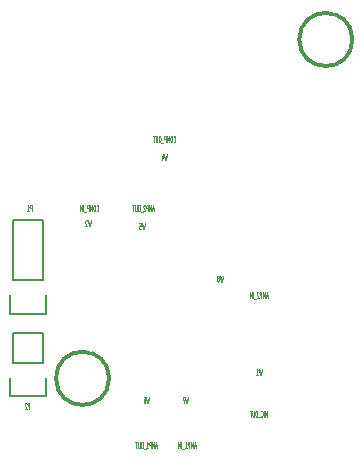
<source format=gbr>
G04 #@! TF.FileFunction,Legend,Bot*
%FSLAX46Y46*%
G04 Gerber Fmt 4.6, Leading zero omitted, Abs format (unit mm)*
G04 Created by KiCad (PCBNEW 0.201601221447+6507~42~ubuntu15.10.1-product) date Fri 22 Jan 2016 05:48:07 PM EST*
%MOMM*%
G01*
G04 APERTURE LIST*
%ADD10C,0.100000*%
%ADD11C,0.063500*%
%ADD12C,0.307000*%
%ADD13C,0.150000*%
%ADD14C,0.025400*%
G04 APERTURE END LIST*
D10*
D11*
X137438190Y-122639667D02*
X137317238Y-122639667D01*
X137462381Y-122784810D02*
X137377714Y-122276810D01*
X137293047Y-122784810D01*
X137208381Y-122784810D02*
X137208381Y-122276810D01*
X137123714Y-122639667D01*
X137039047Y-122276810D01*
X137039047Y-122784810D01*
X136918095Y-122784810D02*
X136918095Y-122276810D01*
X136821333Y-122276810D01*
X136797142Y-122301000D01*
X136785047Y-122325190D01*
X136772952Y-122373571D01*
X136772952Y-122446143D01*
X136785047Y-122494524D01*
X136797142Y-122518714D01*
X136821333Y-122542905D01*
X136918095Y-122542905D01*
X136676190Y-122325190D02*
X136664095Y-122301000D01*
X136639904Y-122276810D01*
X136579428Y-122276810D01*
X136555238Y-122301000D01*
X136543142Y-122325190D01*
X136531047Y-122373571D01*
X136531047Y-122421952D01*
X136543142Y-122494524D01*
X136688285Y-122784810D01*
X136531047Y-122784810D01*
X136482666Y-122833190D02*
X136289142Y-122833190D01*
X136180285Y-122276810D02*
X136131904Y-122276810D01*
X136107713Y-122301000D01*
X136083523Y-122349381D01*
X136071428Y-122446143D01*
X136071428Y-122615476D01*
X136083523Y-122712238D01*
X136107713Y-122760619D01*
X136131904Y-122784810D01*
X136180285Y-122784810D01*
X136204475Y-122760619D01*
X136228666Y-122712238D01*
X136240761Y-122615476D01*
X136240761Y-122446143D01*
X136228666Y-122349381D01*
X136204475Y-122301000D01*
X136180285Y-122276810D01*
X135962571Y-122276810D02*
X135962571Y-122688048D01*
X135950476Y-122736429D01*
X135938380Y-122760619D01*
X135914190Y-122784810D01*
X135865809Y-122784810D01*
X135841618Y-122760619D01*
X135829523Y-122736429D01*
X135817428Y-122688048D01*
X135817428Y-122276810D01*
X135732762Y-122276810D02*
X135587619Y-122276810D01*
X135660190Y-122784810D02*
X135660190Y-122276810D01*
X139089190Y-116894429D02*
X139101285Y-116918619D01*
X139137571Y-116942810D01*
X139161761Y-116942810D01*
X139198047Y-116918619D01*
X139222238Y-116870238D01*
X139234333Y-116821857D01*
X139246428Y-116725095D01*
X139246428Y-116652524D01*
X139234333Y-116555762D01*
X139222238Y-116507381D01*
X139198047Y-116459000D01*
X139161761Y-116434810D01*
X139137571Y-116434810D01*
X139101285Y-116459000D01*
X139089190Y-116483190D01*
X138931952Y-116434810D02*
X138883571Y-116434810D01*
X138859380Y-116459000D01*
X138835190Y-116507381D01*
X138823095Y-116604143D01*
X138823095Y-116773476D01*
X138835190Y-116870238D01*
X138859380Y-116918619D01*
X138883571Y-116942810D01*
X138931952Y-116942810D01*
X138956142Y-116918619D01*
X138980333Y-116870238D01*
X138992428Y-116773476D01*
X138992428Y-116604143D01*
X138980333Y-116507381D01*
X138956142Y-116459000D01*
X138931952Y-116434810D01*
X138714238Y-116942810D02*
X138714238Y-116434810D01*
X138629571Y-116797667D01*
X138544904Y-116434810D01*
X138544904Y-116942810D01*
X138423952Y-116942810D02*
X138423952Y-116434810D01*
X138327190Y-116434810D01*
X138302999Y-116459000D01*
X138290904Y-116483190D01*
X138278809Y-116531571D01*
X138278809Y-116604143D01*
X138290904Y-116652524D01*
X138302999Y-116676714D01*
X138327190Y-116700905D01*
X138423952Y-116700905D01*
X138230428Y-116991190D02*
X138036904Y-116991190D01*
X137928047Y-116434810D02*
X137879666Y-116434810D01*
X137855475Y-116459000D01*
X137831285Y-116507381D01*
X137819190Y-116604143D01*
X137819190Y-116773476D01*
X137831285Y-116870238D01*
X137855475Y-116918619D01*
X137879666Y-116942810D01*
X137928047Y-116942810D01*
X137952237Y-116918619D01*
X137976428Y-116870238D01*
X137988523Y-116773476D01*
X137988523Y-116604143D01*
X137976428Y-116507381D01*
X137952237Y-116459000D01*
X137928047Y-116434810D01*
X137710333Y-116434810D02*
X137710333Y-116846048D01*
X137698238Y-116894429D01*
X137686142Y-116918619D01*
X137661952Y-116942810D01*
X137613571Y-116942810D01*
X137589380Y-116918619D01*
X137577285Y-116894429D01*
X137565190Y-116846048D01*
X137565190Y-116434810D01*
X137480524Y-116434810D02*
X137335381Y-116434810D01*
X137407952Y-116942810D02*
X137407952Y-116434810D01*
X132569857Y-122736429D02*
X132581952Y-122760619D01*
X132618238Y-122784810D01*
X132642428Y-122784810D01*
X132678714Y-122760619D01*
X132702905Y-122712238D01*
X132715000Y-122663857D01*
X132727095Y-122567095D01*
X132727095Y-122494524D01*
X132715000Y-122397762D01*
X132702905Y-122349381D01*
X132678714Y-122301000D01*
X132642428Y-122276810D01*
X132618238Y-122276810D01*
X132581952Y-122301000D01*
X132569857Y-122325190D01*
X132412619Y-122276810D02*
X132364238Y-122276810D01*
X132340047Y-122301000D01*
X132315857Y-122349381D01*
X132303762Y-122446143D01*
X132303762Y-122615476D01*
X132315857Y-122712238D01*
X132340047Y-122760619D01*
X132364238Y-122784810D01*
X132412619Y-122784810D01*
X132436809Y-122760619D01*
X132461000Y-122712238D01*
X132473095Y-122615476D01*
X132473095Y-122446143D01*
X132461000Y-122349381D01*
X132436809Y-122301000D01*
X132412619Y-122276810D01*
X132194905Y-122784810D02*
X132194905Y-122276810D01*
X132110238Y-122639667D01*
X132025571Y-122276810D01*
X132025571Y-122784810D01*
X131904619Y-122784810D02*
X131904619Y-122276810D01*
X131807857Y-122276810D01*
X131783666Y-122301000D01*
X131771571Y-122325190D01*
X131759476Y-122373571D01*
X131759476Y-122446143D01*
X131771571Y-122494524D01*
X131783666Y-122518714D01*
X131807857Y-122542905D01*
X131904619Y-122542905D01*
X131711095Y-122833190D02*
X131517571Y-122833190D01*
X131457095Y-122784810D02*
X131457095Y-122276810D01*
X131336143Y-122784810D02*
X131336143Y-122276810D01*
X131191000Y-122784810D01*
X131191000Y-122276810D01*
X147047857Y-130005667D02*
X146926905Y-130005667D01*
X147072048Y-130150810D02*
X146987381Y-129642810D01*
X146902714Y-130150810D01*
X146818048Y-130150810D02*
X146818048Y-129642810D01*
X146733381Y-130005667D01*
X146648714Y-129642810D01*
X146648714Y-130150810D01*
X146527762Y-130150810D02*
X146527762Y-129642810D01*
X146431000Y-129642810D01*
X146406809Y-129667000D01*
X146394714Y-129691190D01*
X146382619Y-129739571D01*
X146382619Y-129812143D01*
X146394714Y-129860524D01*
X146406809Y-129884714D01*
X146431000Y-129908905D01*
X146527762Y-129908905D01*
X146285857Y-129691190D02*
X146273762Y-129667000D01*
X146249571Y-129642810D01*
X146189095Y-129642810D01*
X146164905Y-129667000D01*
X146152809Y-129691190D01*
X146140714Y-129739571D01*
X146140714Y-129787952D01*
X146152809Y-129860524D01*
X146297952Y-130150810D01*
X146140714Y-130150810D01*
X146092333Y-130199190D02*
X145898809Y-130199190D01*
X145838333Y-130150810D02*
X145838333Y-129642810D01*
X145717381Y-130150810D02*
X145717381Y-129642810D01*
X145572238Y-130150810D01*
X145572238Y-129642810D01*
X137692190Y-142705667D02*
X137571238Y-142705667D01*
X137716381Y-142850810D02*
X137631714Y-142342810D01*
X137547047Y-142850810D01*
X137462381Y-142850810D02*
X137462381Y-142342810D01*
X137377714Y-142705667D01*
X137293047Y-142342810D01*
X137293047Y-142850810D01*
X137172095Y-142850810D02*
X137172095Y-142342810D01*
X137075333Y-142342810D01*
X137051142Y-142367000D01*
X137039047Y-142391190D01*
X137026952Y-142439571D01*
X137026952Y-142512143D01*
X137039047Y-142560524D01*
X137051142Y-142584714D01*
X137075333Y-142608905D01*
X137172095Y-142608905D01*
X136785047Y-142850810D02*
X136930190Y-142850810D01*
X136857619Y-142850810D02*
X136857619Y-142342810D01*
X136881809Y-142415381D01*
X136906000Y-142463762D01*
X136930190Y-142487952D01*
X136736666Y-142899190D02*
X136543142Y-142899190D01*
X136434285Y-142342810D02*
X136385904Y-142342810D01*
X136361713Y-142367000D01*
X136337523Y-142415381D01*
X136325428Y-142512143D01*
X136325428Y-142681476D01*
X136337523Y-142778238D01*
X136361713Y-142826619D01*
X136385904Y-142850810D01*
X136434285Y-142850810D01*
X136458475Y-142826619D01*
X136482666Y-142778238D01*
X136494761Y-142681476D01*
X136494761Y-142512143D01*
X136482666Y-142415381D01*
X136458475Y-142367000D01*
X136434285Y-142342810D01*
X136216571Y-142342810D02*
X136216571Y-142754048D01*
X136204476Y-142802429D01*
X136192380Y-142826619D01*
X136168190Y-142850810D01*
X136119809Y-142850810D01*
X136095618Y-142826619D01*
X136083523Y-142802429D01*
X136071428Y-142754048D01*
X136071428Y-142342810D01*
X135986762Y-142342810D02*
X135841619Y-142342810D01*
X135914190Y-142850810D02*
X135914190Y-142342810D01*
X140951857Y-142705667D02*
X140830905Y-142705667D01*
X140976048Y-142850810D02*
X140891381Y-142342810D01*
X140806714Y-142850810D01*
X140722048Y-142850810D02*
X140722048Y-142342810D01*
X140637381Y-142705667D01*
X140552714Y-142342810D01*
X140552714Y-142850810D01*
X140431762Y-142850810D02*
X140431762Y-142342810D01*
X140335000Y-142342810D01*
X140310809Y-142367000D01*
X140298714Y-142391190D01*
X140286619Y-142439571D01*
X140286619Y-142512143D01*
X140298714Y-142560524D01*
X140310809Y-142584714D01*
X140335000Y-142608905D01*
X140431762Y-142608905D01*
X140044714Y-142850810D02*
X140189857Y-142850810D01*
X140117286Y-142850810D02*
X140117286Y-142342810D01*
X140141476Y-142415381D01*
X140165667Y-142463762D01*
X140189857Y-142487952D01*
X139996333Y-142899190D02*
X139802809Y-142899190D01*
X139742333Y-142850810D02*
X139742333Y-142342810D01*
X139621381Y-142850810D02*
X139621381Y-142342810D01*
X139476238Y-142850810D01*
X139476238Y-142342810D01*
X147035762Y-140183810D02*
X147035762Y-139675810D01*
X146951095Y-140038667D01*
X146866428Y-139675810D01*
X146866428Y-140183810D01*
X146745476Y-140183810D02*
X146745476Y-139675810D01*
X146479381Y-140135429D02*
X146491476Y-140159619D01*
X146527762Y-140183810D01*
X146551952Y-140183810D01*
X146588238Y-140159619D01*
X146612429Y-140111238D01*
X146624524Y-140062857D01*
X146636619Y-139966095D01*
X146636619Y-139893524D01*
X146624524Y-139796762D01*
X146612429Y-139748381D01*
X146588238Y-139700000D01*
X146551952Y-139675810D01*
X146527762Y-139675810D01*
X146491476Y-139700000D01*
X146479381Y-139724190D01*
X146431000Y-140232190D02*
X146237476Y-140232190D01*
X146128619Y-139675810D02*
X146080238Y-139675810D01*
X146056047Y-139700000D01*
X146031857Y-139748381D01*
X146019762Y-139845143D01*
X146019762Y-140014476D01*
X146031857Y-140111238D01*
X146056047Y-140159619D01*
X146080238Y-140183810D01*
X146128619Y-140183810D01*
X146152809Y-140159619D01*
X146177000Y-140111238D01*
X146189095Y-140014476D01*
X146189095Y-139845143D01*
X146177000Y-139748381D01*
X146152809Y-139700000D01*
X146128619Y-139675810D01*
X145910905Y-139675810D02*
X145910905Y-140087048D01*
X145898810Y-140135429D01*
X145886714Y-140159619D01*
X145862524Y-140183810D01*
X145814143Y-140183810D01*
X145789952Y-140159619D01*
X145777857Y-140135429D01*
X145765762Y-140087048D01*
X145765762Y-139675810D01*
X145681096Y-139675810D02*
X145535953Y-139675810D01*
X145608524Y-140183810D02*
X145608524Y-139675810D01*
D12*
X154226000Y-108253000D02*
G75*
G03X154226000Y-108253000I-2250000J0D01*
G01*
X133626000Y-136943000D02*
G75*
G03X133626000Y-136943000I-2250000J0D01*
G01*
D13*
X125476000Y-128651000D02*
X125476000Y-123571000D01*
X125476000Y-123571000D02*
X128016000Y-123571000D01*
X128016000Y-123571000D02*
X128016000Y-128651000D01*
X128296000Y-131471000D02*
X128296000Y-129921000D01*
X128016000Y-128651000D02*
X125476000Y-128651000D01*
X125196000Y-129921000D02*
X125196000Y-131471000D01*
X125196000Y-131471000D02*
X128296000Y-131471000D01*
X128016000Y-135636000D02*
X128016000Y-133096000D01*
X128296000Y-138456000D02*
X128296000Y-136906000D01*
X128016000Y-135636000D02*
X125476000Y-135636000D01*
X125196000Y-136906000D02*
X125196000Y-138456000D01*
X125196000Y-138456000D02*
X128296000Y-138456000D01*
X125476000Y-135636000D02*
X125476000Y-133096000D01*
X125476000Y-133096000D02*
X128016000Y-133096000D01*
D14*
X127060476Y-122784810D02*
X127060476Y-122276810D01*
X126963714Y-122276810D01*
X126939523Y-122301000D01*
X126927428Y-122325190D01*
X126915333Y-122373571D01*
X126915333Y-122446143D01*
X126927428Y-122494524D01*
X126939523Y-122518714D01*
X126963714Y-122542905D01*
X127060476Y-122542905D01*
X126673428Y-122784810D02*
X126818571Y-122784810D01*
X126746000Y-122784810D02*
X126746000Y-122276810D01*
X126770190Y-122349381D01*
X126794381Y-122397762D01*
X126818571Y-122421952D01*
X146533809Y-136119810D02*
X146473333Y-136627810D01*
X146424952Y-136264952D01*
X146376571Y-136627810D01*
X146316095Y-136119810D01*
X146086285Y-136627810D02*
X146231428Y-136627810D01*
X146158857Y-136627810D02*
X146158857Y-136119810D01*
X146183047Y-136192381D01*
X146207238Y-136240762D01*
X146231428Y-136264952D01*
X132055809Y-123546810D02*
X131995333Y-124054810D01*
X131946952Y-123691952D01*
X131898571Y-124054810D01*
X131838095Y-123546810D01*
X131753428Y-123595190D02*
X131741333Y-123571000D01*
X131717142Y-123546810D01*
X131656666Y-123546810D01*
X131632476Y-123571000D01*
X131620380Y-123595190D01*
X131608285Y-123643571D01*
X131608285Y-123691952D01*
X131620380Y-123764524D01*
X131765523Y-124054810D01*
X131608285Y-124054810D01*
X138532809Y-117958810D02*
X138472333Y-118466810D01*
X138423952Y-118103952D01*
X138375571Y-118466810D01*
X138315095Y-117958810D01*
X138109476Y-118128143D02*
X138109476Y-118466810D01*
X138169952Y-117934619D02*
X138230428Y-118297476D01*
X138073190Y-118297476D01*
X136627809Y-123800810D02*
X136567333Y-124308810D01*
X136518952Y-123945952D01*
X136470571Y-124308810D01*
X136410095Y-123800810D01*
X136192380Y-123800810D02*
X136313333Y-123800810D01*
X136325428Y-124042714D01*
X136313333Y-124018524D01*
X136289142Y-123994333D01*
X136228666Y-123994333D01*
X136204476Y-124018524D01*
X136192380Y-124042714D01*
X136180285Y-124091095D01*
X136180285Y-124212048D01*
X136192380Y-124260429D01*
X136204476Y-124284619D01*
X136228666Y-124308810D01*
X136289142Y-124308810D01*
X136313333Y-124284619D01*
X136325428Y-124260429D01*
X137008809Y-138532810D02*
X136948333Y-139040810D01*
X136899952Y-138677952D01*
X136851571Y-139040810D01*
X136791095Y-138532810D01*
X136585476Y-138532810D02*
X136633857Y-138532810D01*
X136658047Y-138557000D01*
X136670142Y-138581190D01*
X136694333Y-138653762D01*
X136706428Y-138750524D01*
X136706428Y-138944048D01*
X136694333Y-138992429D01*
X136682238Y-139016619D01*
X136658047Y-139040810D01*
X136609666Y-139040810D01*
X136585476Y-139016619D01*
X136573380Y-138992429D01*
X136561285Y-138944048D01*
X136561285Y-138823095D01*
X136573380Y-138774714D01*
X136585476Y-138750524D01*
X136609666Y-138726333D01*
X136658047Y-138726333D01*
X136682238Y-138750524D01*
X136694333Y-138774714D01*
X136706428Y-138823095D01*
X140310809Y-138532810D02*
X140250333Y-139040810D01*
X140201952Y-138677952D01*
X140153571Y-139040810D01*
X140093095Y-138532810D01*
X140020523Y-138532810D02*
X139851190Y-138532810D01*
X139960047Y-139040810D01*
X143231809Y-128245810D02*
X143171333Y-128753810D01*
X143122952Y-128390952D01*
X143074571Y-128753810D01*
X143014095Y-128245810D01*
X142881047Y-128463524D02*
X142905238Y-128439333D01*
X142917333Y-128415143D01*
X142929428Y-128366762D01*
X142929428Y-128342571D01*
X142917333Y-128294190D01*
X142905238Y-128270000D01*
X142881047Y-128245810D01*
X142832666Y-128245810D01*
X142808476Y-128270000D01*
X142796380Y-128294190D01*
X142784285Y-128342571D01*
X142784285Y-128366762D01*
X142796380Y-128415143D01*
X142808476Y-128439333D01*
X142832666Y-128463524D01*
X142881047Y-128463524D01*
X142905238Y-128487714D01*
X142917333Y-128511905D01*
X142929428Y-128560286D01*
X142929428Y-128657048D01*
X142917333Y-128705429D01*
X142905238Y-128729619D01*
X142881047Y-128753810D01*
X142832666Y-128753810D01*
X142808476Y-128729619D01*
X142796380Y-128705429D01*
X142784285Y-128657048D01*
X142784285Y-128560286D01*
X142796380Y-128511905D01*
X142808476Y-128487714D01*
X142832666Y-128463524D01*
X126882676Y-139548810D02*
X126882676Y-139040810D01*
X126785914Y-139040810D01*
X126761723Y-139065000D01*
X126749628Y-139089190D01*
X126737533Y-139137571D01*
X126737533Y-139210143D01*
X126749628Y-139258524D01*
X126761723Y-139282714D01*
X126785914Y-139306905D01*
X126882676Y-139306905D01*
X126640771Y-139089190D02*
X126628676Y-139065000D01*
X126604485Y-139040810D01*
X126544009Y-139040810D01*
X126519819Y-139065000D01*
X126507723Y-139089190D01*
X126495628Y-139137571D01*
X126495628Y-139185952D01*
X126507723Y-139258524D01*
X126652866Y-139548810D01*
X126495628Y-139548810D01*
M02*

</source>
